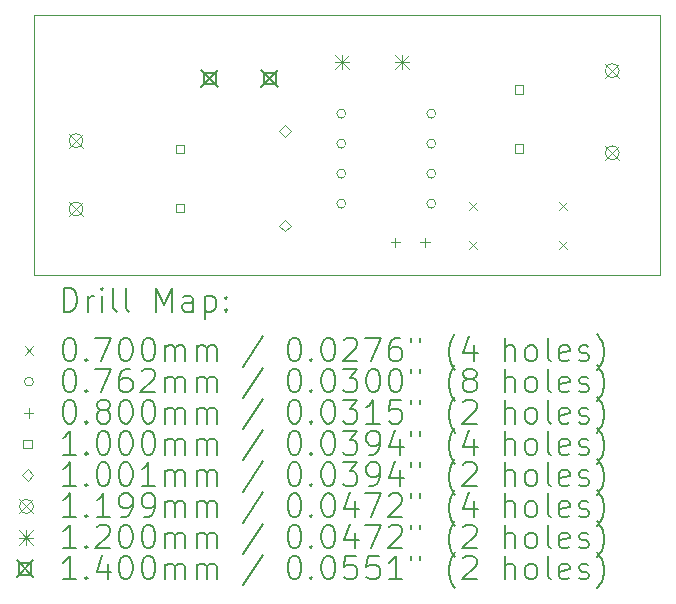
<source format=gbr>
%TF.GenerationSoftware,KiCad,Pcbnew,(6.0.8)*%
%TF.CreationDate,2022-11-19T23:44:14+04:00*%
%TF.ProjectId,MC34063_Buck_Rev2,4d433334-3036-4335-9f42-75636b5f5265,rev?*%
%TF.SameCoordinates,Original*%
%TF.FileFunction,Drillmap*%
%TF.FilePolarity,Positive*%
%FSLAX45Y45*%
G04 Gerber Fmt 4.5, Leading zero omitted, Abs format (unit mm)*
G04 Created by KiCad (PCBNEW (6.0.8)) date 2022-11-19 23:44:14*
%MOMM*%
%LPD*%
G01*
G04 APERTURE LIST*
%ADD10C,0.050000*%
%ADD11C,0.200000*%
%ADD12C,0.070000*%
%ADD13C,0.076200*%
%ADD14C,0.080000*%
%ADD15C,0.100000*%
%ADD16C,0.100076*%
%ADD17C,0.119888*%
%ADD18C,0.120000*%
%ADD19C,0.140000*%
G04 APERTURE END LIST*
D10*
X17700000Y-6600000D02*
X12400000Y-6600000D01*
X12400000Y-6600000D02*
X12400000Y-4400000D01*
X17700000Y-4400000D02*
X17700000Y-6600000D01*
X12400000Y-4400000D02*
X17700000Y-4400000D01*
D11*
D12*
X16085110Y-6311800D02*
X16155110Y-6381800D01*
X16155110Y-6311800D02*
X16085110Y-6381800D01*
X16086380Y-5982870D02*
X16156380Y-6052870D01*
X16156380Y-5982870D02*
X16086380Y-6052870D01*
X16847110Y-6311800D02*
X16917110Y-6381800D01*
X16917110Y-6311800D02*
X16847110Y-6381800D01*
X16848380Y-5982870D02*
X16918380Y-6052870D01*
X16918380Y-5982870D02*
X16848380Y-6052870D01*
D13*
X15041880Y-5236820D02*
G75*
G03*
X15041880Y-5236820I-38100J0D01*
G01*
X15041880Y-5490820D02*
G75*
G03*
X15041880Y-5490820I-38100J0D01*
G01*
X15041880Y-5744820D02*
G75*
G03*
X15041880Y-5744820I-38100J0D01*
G01*
X15041880Y-5998820D02*
G75*
G03*
X15041880Y-5998820I-38100J0D01*
G01*
X15803880Y-5236820D02*
G75*
G03*
X15803880Y-5236820I-38100J0D01*
G01*
X15803880Y-5490820D02*
G75*
G03*
X15803880Y-5490820I-38100J0D01*
G01*
X15803880Y-5744820D02*
G75*
G03*
X15803880Y-5744820I-38100J0D01*
G01*
X15803880Y-5998820D02*
G75*
G03*
X15803880Y-5998820I-38100J0D01*
G01*
D14*
X15460980Y-6287750D02*
X15460980Y-6367750D01*
X15420980Y-6327750D02*
X15500980Y-6327750D01*
X15710980Y-6287750D02*
X15710980Y-6367750D01*
X15670980Y-6327750D02*
X15750980Y-6327750D01*
D15*
X13673632Y-5573800D02*
X13673632Y-5503088D01*
X13602920Y-5503088D01*
X13602920Y-5573800D01*
X13673632Y-5573800D01*
X13673632Y-6073800D02*
X13673632Y-6003088D01*
X13602920Y-6003088D01*
X13602920Y-6073800D01*
X13673632Y-6073800D01*
X16541800Y-5068086D02*
X16541800Y-4997374D01*
X16471088Y-4997374D01*
X16471088Y-5068086D01*
X16541800Y-5068086D01*
X16541800Y-5568086D02*
X16541800Y-5497374D01*
X16471088Y-5497374D01*
X16471088Y-5568086D01*
X16541800Y-5568086D01*
D16*
X14526260Y-5434432D02*
X14576298Y-5384394D01*
X14526260Y-5334356D01*
X14476222Y-5384394D01*
X14526260Y-5434432D01*
X14526260Y-6234532D02*
X14576298Y-6184494D01*
X14526260Y-6134456D01*
X14476222Y-6184494D01*
X14526260Y-6234532D01*
D17*
X12697714Y-5407000D02*
X12817602Y-5526888D01*
X12817602Y-5407000D02*
X12697714Y-5526888D01*
X12817602Y-5466944D02*
G75*
G03*
X12817602Y-5466944I-59944J0D01*
G01*
X12697714Y-5985358D02*
X12817602Y-6105246D01*
X12817602Y-5985358D02*
X12697714Y-6105246D01*
X12817602Y-6045302D02*
G75*
G03*
X12817602Y-6045302I-59944J0D01*
G01*
X17237202Y-4813910D02*
X17357090Y-4933798D01*
X17357090Y-4813910D02*
X17237202Y-4933798D01*
X17357090Y-4873854D02*
G75*
G03*
X17357090Y-4873854I-59944J0D01*
G01*
X17237202Y-5509362D02*
X17357090Y-5629250D01*
X17357090Y-5509362D02*
X17237202Y-5629250D01*
X17357090Y-5569306D02*
G75*
G03*
X17357090Y-5569306I-59944J0D01*
G01*
D18*
X14947590Y-4739940D02*
X15067590Y-4859940D01*
X15067590Y-4739940D02*
X14947590Y-4859940D01*
X15007590Y-4739940D02*
X15007590Y-4859940D01*
X14947590Y-4799940D02*
X15067590Y-4799940D01*
X15455590Y-4739940D02*
X15575590Y-4859940D01*
X15575590Y-4739940D02*
X15455590Y-4859940D01*
X15515590Y-4739940D02*
X15515590Y-4859940D01*
X15455590Y-4799940D02*
X15575590Y-4799940D01*
D19*
X13819736Y-4869640D02*
X13959736Y-5009640D01*
X13959736Y-4869640D02*
X13819736Y-5009640D01*
X13939234Y-4989138D02*
X13939234Y-4890142D01*
X13840238Y-4890142D01*
X13840238Y-4989138D01*
X13939234Y-4989138D01*
X14327736Y-4869640D02*
X14467736Y-5009640D01*
X14467736Y-4869640D02*
X14327736Y-5009640D01*
X14447234Y-4989138D02*
X14447234Y-4890142D01*
X14348238Y-4890142D01*
X14348238Y-4989138D01*
X14447234Y-4989138D01*
D11*
X12655119Y-6912976D02*
X12655119Y-6712976D01*
X12702738Y-6712976D01*
X12731309Y-6722500D01*
X12750357Y-6741548D01*
X12759881Y-6760595D01*
X12769405Y-6798690D01*
X12769405Y-6827262D01*
X12759881Y-6865357D01*
X12750357Y-6884405D01*
X12731309Y-6903452D01*
X12702738Y-6912976D01*
X12655119Y-6912976D01*
X12855119Y-6912976D02*
X12855119Y-6779643D01*
X12855119Y-6817738D02*
X12864643Y-6798690D01*
X12874167Y-6789167D01*
X12893214Y-6779643D01*
X12912262Y-6779643D01*
X12978928Y-6912976D02*
X12978928Y-6779643D01*
X12978928Y-6712976D02*
X12969405Y-6722500D01*
X12978928Y-6732024D01*
X12988452Y-6722500D01*
X12978928Y-6712976D01*
X12978928Y-6732024D01*
X13102738Y-6912976D02*
X13083690Y-6903452D01*
X13074167Y-6884405D01*
X13074167Y-6712976D01*
X13207500Y-6912976D02*
X13188452Y-6903452D01*
X13178928Y-6884405D01*
X13178928Y-6712976D01*
X13436071Y-6912976D02*
X13436071Y-6712976D01*
X13502738Y-6855833D01*
X13569405Y-6712976D01*
X13569405Y-6912976D01*
X13750357Y-6912976D02*
X13750357Y-6808214D01*
X13740833Y-6789167D01*
X13721786Y-6779643D01*
X13683690Y-6779643D01*
X13664643Y-6789167D01*
X13750357Y-6903452D02*
X13731309Y-6912976D01*
X13683690Y-6912976D01*
X13664643Y-6903452D01*
X13655119Y-6884405D01*
X13655119Y-6865357D01*
X13664643Y-6846309D01*
X13683690Y-6836786D01*
X13731309Y-6836786D01*
X13750357Y-6827262D01*
X13845595Y-6779643D02*
X13845595Y-6979643D01*
X13845595Y-6789167D02*
X13864643Y-6779643D01*
X13902738Y-6779643D01*
X13921786Y-6789167D01*
X13931309Y-6798690D01*
X13940833Y-6817738D01*
X13940833Y-6874881D01*
X13931309Y-6893928D01*
X13921786Y-6903452D01*
X13902738Y-6912976D01*
X13864643Y-6912976D01*
X13845595Y-6903452D01*
X14026548Y-6893928D02*
X14036071Y-6903452D01*
X14026548Y-6912976D01*
X14017024Y-6903452D01*
X14026548Y-6893928D01*
X14026548Y-6912976D01*
X14026548Y-6789167D02*
X14036071Y-6798690D01*
X14026548Y-6808214D01*
X14017024Y-6798690D01*
X14026548Y-6789167D01*
X14026548Y-6808214D01*
D12*
X12327500Y-7207500D02*
X12397500Y-7277500D01*
X12397500Y-7207500D02*
X12327500Y-7277500D01*
D11*
X12693214Y-7132976D02*
X12712262Y-7132976D01*
X12731309Y-7142500D01*
X12740833Y-7152024D01*
X12750357Y-7171071D01*
X12759881Y-7209167D01*
X12759881Y-7256786D01*
X12750357Y-7294881D01*
X12740833Y-7313928D01*
X12731309Y-7323452D01*
X12712262Y-7332976D01*
X12693214Y-7332976D01*
X12674167Y-7323452D01*
X12664643Y-7313928D01*
X12655119Y-7294881D01*
X12645595Y-7256786D01*
X12645595Y-7209167D01*
X12655119Y-7171071D01*
X12664643Y-7152024D01*
X12674167Y-7142500D01*
X12693214Y-7132976D01*
X12845595Y-7313928D02*
X12855119Y-7323452D01*
X12845595Y-7332976D01*
X12836071Y-7323452D01*
X12845595Y-7313928D01*
X12845595Y-7332976D01*
X12921786Y-7132976D02*
X13055119Y-7132976D01*
X12969405Y-7332976D01*
X13169405Y-7132976D02*
X13188452Y-7132976D01*
X13207500Y-7142500D01*
X13217024Y-7152024D01*
X13226548Y-7171071D01*
X13236071Y-7209167D01*
X13236071Y-7256786D01*
X13226548Y-7294881D01*
X13217024Y-7313928D01*
X13207500Y-7323452D01*
X13188452Y-7332976D01*
X13169405Y-7332976D01*
X13150357Y-7323452D01*
X13140833Y-7313928D01*
X13131309Y-7294881D01*
X13121786Y-7256786D01*
X13121786Y-7209167D01*
X13131309Y-7171071D01*
X13140833Y-7152024D01*
X13150357Y-7142500D01*
X13169405Y-7132976D01*
X13359881Y-7132976D02*
X13378928Y-7132976D01*
X13397976Y-7142500D01*
X13407500Y-7152024D01*
X13417024Y-7171071D01*
X13426548Y-7209167D01*
X13426548Y-7256786D01*
X13417024Y-7294881D01*
X13407500Y-7313928D01*
X13397976Y-7323452D01*
X13378928Y-7332976D01*
X13359881Y-7332976D01*
X13340833Y-7323452D01*
X13331309Y-7313928D01*
X13321786Y-7294881D01*
X13312262Y-7256786D01*
X13312262Y-7209167D01*
X13321786Y-7171071D01*
X13331309Y-7152024D01*
X13340833Y-7142500D01*
X13359881Y-7132976D01*
X13512262Y-7332976D02*
X13512262Y-7199643D01*
X13512262Y-7218690D02*
X13521786Y-7209167D01*
X13540833Y-7199643D01*
X13569405Y-7199643D01*
X13588452Y-7209167D01*
X13597976Y-7228214D01*
X13597976Y-7332976D01*
X13597976Y-7228214D02*
X13607500Y-7209167D01*
X13626548Y-7199643D01*
X13655119Y-7199643D01*
X13674167Y-7209167D01*
X13683690Y-7228214D01*
X13683690Y-7332976D01*
X13778928Y-7332976D02*
X13778928Y-7199643D01*
X13778928Y-7218690D02*
X13788452Y-7209167D01*
X13807500Y-7199643D01*
X13836071Y-7199643D01*
X13855119Y-7209167D01*
X13864643Y-7228214D01*
X13864643Y-7332976D01*
X13864643Y-7228214D02*
X13874167Y-7209167D01*
X13893214Y-7199643D01*
X13921786Y-7199643D01*
X13940833Y-7209167D01*
X13950357Y-7228214D01*
X13950357Y-7332976D01*
X14340833Y-7123452D02*
X14169405Y-7380595D01*
X14597976Y-7132976D02*
X14617024Y-7132976D01*
X14636071Y-7142500D01*
X14645595Y-7152024D01*
X14655119Y-7171071D01*
X14664643Y-7209167D01*
X14664643Y-7256786D01*
X14655119Y-7294881D01*
X14645595Y-7313928D01*
X14636071Y-7323452D01*
X14617024Y-7332976D01*
X14597976Y-7332976D01*
X14578928Y-7323452D01*
X14569405Y-7313928D01*
X14559881Y-7294881D01*
X14550357Y-7256786D01*
X14550357Y-7209167D01*
X14559881Y-7171071D01*
X14569405Y-7152024D01*
X14578928Y-7142500D01*
X14597976Y-7132976D01*
X14750357Y-7313928D02*
X14759881Y-7323452D01*
X14750357Y-7332976D01*
X14740833Y-7323452D01*
X14750357Y-7313928D01*
X14750357Y-7332976D01*
X14883690Y-7132976D02*
X14902738Y-7132976D01*
X14921786Y-7142500D01*
X14931309Y-7152024D01*
X14940833Y-7171071D01*
X14950357Y-7209167D01*
X14950357Y-7256786D01*
X14940833Y-7294881D01*
X14931309Y-7313928D01*
X14921786Y-7323452D01*
X14902738Y-7332976D01*
X14883690Y-7332976D01*
X14864643Y-7323452D01*
X14855119Y-7313928D01*
X14845595Y-7294881D01*
X14836071Y-7256786D01*
X14836071Y-7209167D01*
X14845595Y-7171071D01*
X14855119Y-7152024D01*
X14864643Y-7142500D01*
X14883690Y-7132976D01*
X15026548Y-7152024D02*
X15036071Y-7142500D01*
X15055119Y-7132976D01*
X15102738Y-7132976D01*
X15121786Y-7142500D01*
X15131309Y-7152024D01*
X15140833Y-7171071D01*
X15140833Y-7190119D01*
X15131309Y-7218690D01*
X15017024Y-7332976D01*
X15140833Y-7332976D01*
X15207500Y-7132976D02*
X15340833Y-7132976D01*
X15255119Y-7332976D01*
X15502738Y-7132976D02*
X15464643Y-7132976D01*
X15445595Y-7142500D01*
X15436071Y-7152024D01*
X15417024Y-7180595D01*
X15407500Y-7218690D01*
X15407500Y-7294881D01*
X15417024Y-7313928D01*
X15426548Y-7323452D01*
X15445595Y-7332976D01*
X15483690Y-7332976D01*
X15502738Y-7323452D01*
X15512262Y-7313928D01*
X15521786Y-7294881D01*
X15521786Y-7247262D01*
X15512262Y-7228214D01*
X15502738Y-7218690D01*
X15483690Y-7209167D01*
X15445595Y-7209167D01*
X15426548Y-7218690D01*
X15417024Y-7228214D01*
X15407500Y-7247262D01*
X15597976Y-7132976D02*
X15597976Y-7171071D01*
X15674167Y-7132976D02*
X15674167Y-7171071D01*
X15969405Y-7409167D02*
X15959881Y-7399643D01*
X15940833Y-7371071D01*
X15931309Y-7352024D01*
X15921786Y-7323452D01*
X15912262Y-7275833D01*
X15912262Y-7237738D01*
X15921786Y-7190119D01*
X15931309Y-7161548D01*
X15940833Y-7142500D01*
X15959881Y-7113928D01*
X15969405Y-7104405D01*
X16131309Y-7199643D02*
X16131309Y-7332976D01*
X16083690Y-7123452D02*
X16036071Y-7266309D01*
X16159881Y-7266309D01*
X16388452Y-7332976D02*
X16388452Y-7132976D01*
X16474167Y-7332976D02*
X16474167Y-7228214D01*
X16464643Y-7209167D01*
X16445595Y-7199643D01*
X16417024Y-7199643D01*
X16397976Y-7209167D01*
X16388452Y-7218690D01*
X16597976Y-7332976D02*
X16578928Y-7323452D01*
X16569405Y-7313928D01*
X16559881Y-7294881D01*
X16559881Y-7237738D01*
X16569405Y-7218690D01*
X16578928Y-7209167D01*
X16597976Y-7199643D01*
X16626548Y-7199643D01*
X16645595Y-7209167D01*
X16655119Y-7218690D01*
X16664643Y-7237738D01*
X16664643Y-7294881D01*
X16655119Y-7313928D01*
X16645595Y-7323452D01*
X16626548Y-7332976D01*
X16597976Y-7332976D01*
X16778929Y-7332976D02*
X16759881Y-7323452D01*
X16750357Y-7304405D01*
X16750357Y-7132976D01*
X16931310Y-7323452D02*
X16912262Y-7332976D01*
X16874167Y-7332976D01*
X16855119Y-7323452D01*
X16845595Y-7304405D01*
X16845595Y-7228214D01*
X16855119Y-7209167D01*
X16874167Y-7199643D01*
X16912262Y-7199643D01*
X16931310Y-7209167D01*
X16940833Y-7228214D01*
X16940833Y-7247262D01*
X16845595Y-7266309D01*
X17017024Y-7323452D02*
X17036071Y-7332976D01*
X17074167Y-7332976D01*
X17093214Y-7323452D01*
X17102738Y-7304405D01*
X17102738Y-7294881D01*
X17093214Y-7275833D01*
X17074167Y-7266309D01*
X17045595Y-7266309D01*
X17026548Y-7256786D01*
X17017024Y-7237738D01*
X17017024Y-7228214D01*
X17026548Y-7209167D01*
X17045595Y-7199643D01*
X17074167Y-7199643D01*
X17093214Y-7209167D01*
X17169405Y-7409167D02*
X17178929Y-7399643D01*
X17197976Y-7371071D01*
X17207500Y-7352024D01*
X17217024Y-7323452D01*
X17226548Y-7275833D01*
X17226548Y-7237738D01*
X17217024Y-7190119D01*
X17207500Y-7161548D01*
X17197976Y-7142500D01*
X17178929Y-7113928D01*
X17169405Y-7104405D01*
D13*
X12397500Y-7506500D02*
G75*
G03*
X12397500Y-7506500I-38100J0D01*
G01*
D11*
X12693214Y-7396976D02*
X12712262Y-7396976D01*
X12731309Y-7406500D01*
X12740833Y-7416024D01*
X12750357Y-7435071D01*
X12759881Y-7473167D01*
X12759881Y-7520786D01*
X12750357Y-7558881D01*
X12740833Y-7577928D01*
X12731309Y-7587452D01*
X12712262Y-7596976D01*
X12693214Y-7596976D01*
X12674167Y-7587452D01*
X12664643Y-7577928D01*
X12655119Y-7558881D01*
X12645595Y-7520786D01*
X12645595Y-7473167D01*
X12655119Y-7435071D01*
X12664643Y-7416024D01*
X12674167Y-7406500D01*
X12693214Y-7396976D01*
X12845595Y-7577928D02*
X12855119Y-7587452D01*
X12845595Y-7596976D01*
X12836071Y-7587452D01*
X12845595Y-7577928D01*
X12845595Y-7596976D01*
X12921786Y-7396976D02*
X13055119Y-7396976D01*
X12969405Y-7596976D01*
X13217024Y-7396976D02*
X13178928Y-7396976D01*
X13159881Y-7406500D01*
X13150357Y-7416024D01*
X13131309Y-7444595D01*
X13121786Y-7482690D01*
X13121786Y-7558881D01*
X13131309Y-7577928D01*
X13140833Y-7587452D01*
X13159881Y-7596976D01*
X13197976Y-7596976D01*
X13217024Y-7587452D01*
X13226548Y-7577928D01*
X13236071Y-7558881D01*
X13236071Y-7511262D01*
X13226548Y-7492214D01*
X13217024Y-7482690D01*
X13197976Y-7473167D01*
X13159881Y-7473167D01*
X13140833Y-7482690D01*
X13131309Y-7492214D01*
X13121786Y-7511262D01*
X13312262Y-7416024D02*
X13321786Y-7406500D01*
X13340833Y-7396976D01*
X13388452Y-7396976D01*
X13407500Y-7406500D01*
X13417024Y-7416024D01*
X13426548Y-7435071D01*
X13426548Y-7454119D01*
X13417024Y-7482690D01*
X13302738Y-7596976D01*
X13426548Y-7596976D01*
X13512262Y-7596976D02*
X13512262Y-7463643D01*
X13512262Y-7482690D02*
X13521786Y-7473167D01*
X13540833Y-7463643D01*
X13569405Y-7463643D01*
X13588452Y-7473167D01*
X13597976Y-7492214D01*
X13597976Y-7596976D01*
X13597976Y-7492214D02*
X13607500Y-7473167D01*
X13626548Y-7463643D01*
X13655119Y-7463643D01*
X13674167Y-7473167D01*
X13683690Y-7492214D01*
X13683690Y-7596976D01*
X13778928Y-7596976D02*
X13778928Y-7463643D01*
X13778928Y-7482690D02*
X13788452Y-7473167D01*
X13807500Y-7463643D01*
X13836071Y-7463643D01*
X13855119Y-7473167D01*
X13864643Y-7492214D01*
X13864643Y-7596976D01*
X13864643Y-7492214D02*
X13874167Y-7473167D01*
X13893214Y-7463643D01*
X13921786Y-7463643D01*
X13940833Y-7473167D01*
X13950357Y-7492214D01*
X13950357Y-7596976D01*
X14340833Y-7387452D02*
X14169405Y-7644595D01*
X14597976Y-7396976D02*
X14617024Y-7396976D01*
X14636071Y-7406500D01*
X14645595Y-7416024D01*
X14655119Y-7435071D01*
X14664643Y-7473167D01*
X14664643Y-7520786D01*
X14655119Y-7558881D01*
X14645595Y-7577928D01*
X14636071Y-7587452D01*
X14617024Y-7596976D01*
X14597976Y-7596976D01*
X14578928Y-7587452D01*
X14569405Y-7577928D01*
X14559881Y-7558881D01*
X14550357Y-7520786D01*
X14550357Y-7473167D01*
X14559881Y-7435071D01*
X14569405Y-7416024D01*
X14578928Y-7406500D01*
X14597976Y-7396976D01*
X14750357Y-7577928D02*
X14759881Y-7587452D01*
X14750357Y-7596976D01*
X14740833Y-7587452D01*
X14750357Y-7577928D01*
X14750357Y-7596976D01*
X14883690Y-7396976D02*
X14902738Y-7396976D01*
X14921786Y-7406500D01*
X14931309Y-7416024D01*
X14940833Y-7435071D01*
X14950357Y-7473167D01*
X14950357Y-7520786D01*
X14940833Y-7558881D01*
X14931309Y-7577928D01*
X14921786Y-7587452D01*
X14902738Y-7596976D01*
X14883690Y-7596976D01*
X14864643Y-7587452D01*
X14855119Y-7577928D01*
X14845595Y-7558881D01*
X14836071Y-7520786D01*
X14836071Y-7473167D01*
X14845595Y-7435071D01*
X14855119Y-7416024D01*
X14864643Y-7406500D01*
X14883690Y-7396976D01*
X15017024Y-7396976D02*
X15140833Y-7396976D01*
X15074167Y-7473167D01*
X15102738Y-7473167D01*
X15121786Y-7482690D01*
X15131309Y-7492214D01*
X15140833Y-7511262D01*
X15140833Y-7558881D01*
X15131309Y-7577928D01*
X15121786Y-7587452D01*
X15102738Y-7596976D01*
X15045595Y-7596976D01*
X15026548Y-7587452D01*
X15017024Y-7577928D01*
X15264643Y-7396976D02*
X15283690Y-7396976D01*
X15302738Y-7406500D01*
X15312262Y-7416024D01*
X15321786Y-7435071D01*
X15331309Y-7473167D01*
X15331309Y-7520786D01*
X15321786Y-7558881D01*
X15312262Y-7577928D01*
X15302738Y-7587452D01*
X15283690Y-7596976D01*
X15264643Y-7596976D01*
X15245595Y-7587452D01*
X15236071Y-7577928D01*
X15226548Y-7558881D01*
X15217024Y-7520786D01*
X15217024Y-7473167D01*
X15226548Y-7435071D01*
X15236071Y-7416024D01*
X15245595Y-7406500D01*
X15264643Y-7396976D01*
X15455119Y-7396976D02*
X15474167Y-7396976D01*
X15493214Y-7406500D01*
X15502738Y-7416024D01*
X15512262Y-7435071D01*
X15521786Y-7473167D01*
X15521786Y-7520786D01*
X15512262Y-7558881D01*
X15502738Y-7577928D01*
X15493214Y-7587452D01*
X15474167Y-7596976D01*
X15455119Y-7596976D01*
X15436071Y-7587452D01*
X15426548Y-7577928D01*
X15417024Y-7558881D01*
X15407500Y-7520786D01*
X15407500Y-7473167D01*
X15417024Y-7435071D01*
X15426548Y-7416024D01*
X15436071Y-7406500D01*
X15455119Y-7396976D01*
X15597976Y-7396976D02*
X15597976Y-7435071D01*
X15674167Y-7396976D02*
X15674167Y-7435071D01*
X15969405Y-7673167D02*
X15959881Y-7663643D01*
X15940833Y-7635071D01*
X15931309Y-7616024D01*
X15921786Y-7587452D01*
X15912262Y-7539833D01*
X15912262Y-7501738D01*
X15921786Y-7454119D01*
X15931309Y-7425548D01*
X15940833Y-7406500D01*
X15959881Y-7377928D01*
X15969405Y-7368405D01*
X16074167Y-7482690D02*
X16055119Y-7473167D01*
X16045595Y-7463643D01*
X16036071Y-7444595D01*
X16036071Y-7435071D01*
X16045595Y-7416024D01*
X16055119Y-7406500D01*
X16074167Y-7396976D01*
X16112262Y-7396976D01*
X16131309Y-7406500D01*
X16140833Y-7416024D01*
X16150357Y-7435071D01*
X16150357Y-7444595D01*
X16140833Y-7463643D01*
X16131309Y-7473167D01*
X16112262Y-7482690D01*
X16074167Y-7482690D01*
X16055119Y-7492214D01*
X16045595Y-7501738D01*
X16036071Y-7520786D01*
X16036071Y-7558881D01*
X16045595Y-7577928D01*
X16055119Y-7587452D01*
X16074167Y-7596976D01*
X16112262Y-7596976D01*
X16131309Y-7587452D01*
X16140833Y-7577928D01*
X16150357Y-7558881D01*
X16150357Y-7520786D01*
X16140833Y-7501738D01*
X16131309Y-7492214D01*
X16112262Y-7482690D01*
X16388452Y-7596976D02*
X16388452Y-7396976D01*
X16474167Y-7596976D02*
X16474167Y-7492214D01*
X16464643Y-7473167D01*
X16445595Y-7463643D01*
X16417024Y-7463643D01*
X16397976Y-7473167D01*
X16388452Y-7482690D01*
X16597976Y-7596976D02*
X16578928Y-7587452D01*
X16569405Y-7577928D01*
X16559881Y-7558881D01*
X16559881Y-7501738D01*
X16569405Y-7482690D01*
X16578928Y-7473167D01*
X16597976Y-7463643D01*
X16626548Y-7463643D01*
X16645595Y-7473167D01*
X16655119Y-7482690D01*
X16664643Y-7501738D01*
X16664643Y-7558881D01*
X16655119Y-7577928D01*
X16645595Y-7587452D01*
X16626548Y-7596976D01*
X16597976Y-7596976D01*
X16778929Y-7596976D02*
X16759881Y-7587452D01*
X16750357Y-7568405D01*
X16750357Y-7396976D01*
X16931310Y-7587452D02*
X16912262Y-7596976D01*
X16874167Y-7596976D01*
X16855119Y-7587452D01*
X16845595Y-7568405D01*
X16845595Y-7492214D01*
X16855119Y-7473167D01*
X16874167Y-7463643D01*
X16912262Y-7463643D01*
X16931310Y-7473167D01*
X16940833Y-7492214D01*
X16940833Y-7511262D01*
X16845595Y-7530309D01*
X17017024Y-7587452D02*
X17036071Y-7596976D01*
X17074167Y-7596976D01*
X17093214Y-7587452D01*
X17102738Y-7568405D01*
X17102738Y-7558881D01*
X17093214Y-7539833D01*
X17074167Y-7530309D01*
X17045595Y-7530309D01*
X17026548Y-7520786D01*
X17017024Y-7501738D01*
X17017024Y-7492214D01*
X17026548Y-7473167D01*
X17045595Y-7463643D01*
X17074167Y-7463643D01*
X17093214Y-7473167D01*
X17169405Y-7673167D02*
X17178929Y-7663643D01*
X17197976Y-7635071D01*
X17207500Y-7616024D01*
X17217024Y-7587452D01*
X17226548Y-7539833D01*
X17226548Y-7501738D01*
X17217024Y-7454119D01*
X17207500Y-7425548D01*
X17197976Y-7406500D01*
X17178929Y-7377928D01*
X17169405Y-7368405D01*
D14*
X12357500Y-7730500D02*
X12357500Y-7810500D01*
X12317500Y-7770500D02*
X12397500Y-7770500D01*
D11*
X12693214Y-7660976D02*
X12712262Y-7660976D01*
X12731309Y-7670500D01*
X12740833Y-7680024D01*
X12750357Y-7699071D01*
X12759881Y-7737167D01*
X12759881Y-7784786D01*
X12750357Y-7822881D01*
X12740833Y-7841928D01*
X12731309Y-7851452D01*
X12712262Y-7860976D01*
X12693214Y-7860976D01*
X12674167Y-7851452D01*
X12664643Y-7841928D01*
X12655119Y-7822881D01*
X12645595Y-7784786D01*
X12645595Y-7737167D01*
X12655119Y-7699071D01*
X12664643Y-7680024D01*
X12674167Y-7670500D01*
X12693214Y-7660976D01*
X12845595Y-7841928D02*
X12855119Y-7851452D01*
X12845595Y-7860976D01*
X12836071Y-7851452D01*
X12845595Y-7841928D01*
X12845595Y-7860976D01*
X12969405Y-7746690D02*
X12950357Y-7737167D01*
X12940833Y-7727643D01*
X12931309Y-7708595D01*
X12931309Y-7699071D01*
X12940833Y-7680024D01*
X12950357Y-7670500D01*
X12969405Y-7660976D01*
X13007500Y-7660976D01*
X13026548Y-7670500D01*
X13036071Y-7680024D01*
X13045595Y-7699071D01*
X13045595Y-7708595D01*
X13036071Y-7727643D01*
X13026548Y-7737167D01*
X13007500Y-7746690D01*
X12969405Y-7746690D01*
X12950357Y-7756214D01*
X12940833Y-7765738D01*
X12931309Y-7784786D01*
X12931309Y-7822881D01*
X12940833Y-7841928D01*
X12950357Y-7851452D01*
X12969405Y-7860976D01*
X13007500Y-7860976D01*
X13026548Y-7851452D01*
X13036071Y-7841928D01*
X13045595Y-7822881D01*
X13045595Y-7784786D01*
X13036071Y-7765738D01*
X13026548Y-7756214D01*
X13007500Y-7746690D01*
X13169405Y-7660976D02*
X13188452Y-7660976D01*
X13207500Y-7670500D01*
X13217024Y-7680024D01*
X13226548Y-7699071D01*
X13236071Y-7737167D01*
X13236071Y-7784786D01*
X13226548Y-7822881D01*
X13217024Y-7841928D01*
X13207500Y-7851452D01*
X13188452Y-7860976D01*
X13169405Y-7860976D01*
X13150357Y-7851452D01*
X13140833Y-7841928D01*
X13131309Y-7822881D01*
X13121786Y-7784786D01*
X13121786Y-7737167D01*
X13131309Y-7699071D01*
X13140833Y-7680024D01*
X13150357Y-7670500D01*
X13169405Y-7660976D01*
X13359881Y-7660976D02*
X13378928Y-7660976D01*
X13397976Y-7670500D01*
X13407500Y-7680024D01*
X13417024Y-7699071D01*
X13426548Y-7737167D01*
X13426548Y-7784786D01*
X13417024Y-7822881D01*
X13407500Y-7841928D01*
X13397976Y-7851452D01*
X13378928Y-7860976D01*
X13359881Y-7860976D01*
X13340833Y-7851452D01*
X13331309Y-7841928D01*
X13321786Y-7822881D01*
X13312262Y-7784786D01*
X13312262Y-7737167D01*
X13321786Y-7699071D01*
X13331309Y-7680024D01*
X13340833Y-7670500D01*
X13359881Y-7660976D01*
X13512262Y-7860976D02*
X13512262Y-7727643D01*
X13512262Y-7746690D02*
X13521786Y-7737167D01*
X13540833Y-7727643D01*
X13569405Y-7727643D01*
X13588452Y-7737167D01*
X13597976Y-7756214D01*
X13597976Y-7860976D01*
X13597976Y-7756214D02*
X13607500Y-7737167D01*
X13626548Y-7727643D01*
X13655119Y-7727643D01*
X13674167Y-7737167D01*
X13683690Y-7756214D01*
X13683690Y-7860976D01*
X13778928Y-7860976D02*
X13778928Y-7727643D01*
X13778928Y-7746690D02*
X13788452Y-7737167D01*
X13807500Y-7727643D01*
X13836071Y-7727643D01*
X13855119Y-7737167D01*
X13864643Y-7756214D01*
X13864643Y-7860976D01*
X13864643Y-7756214D02*
X13874167Y-7737167D01*
X13893214Y-7727643D01*
X13921786Y-7727643D01*
X13940833Y-7737167D01*
X13950357Y-7756214D01*
X13950357Y-7860976D01*
X14340833Y-7651452D02*
X14169405Y-7908595D01*
X14597976Y-7660976D02*
X14617024Y-7660976D01*
X14636071Y-7670500D01*
X14645595Y-7680024D01*
X14655119Y-7699071D01*
X14664643Y-7737167D01*
X14664643Y-7784786D01*
X14655119Y-7822881D01*
X14645595Y-7841928D01*
X14636071Y-7851452D01*
X14617024Y-7860976D01*
X14597976Y-7860976D01*
X14578928Y-7851452D01*
X14569405Y-7841928D01*
X14559881Y-7822881D01*
X14550357Y-7784786D01*
X14550357Y-7737167D01*
X14559881Y-7699071D01*
X14569405Y-7680024D01*
X14578928Y-7670500D01*
X14597976Y-7660976D01*
X14750357Y-7841928D02*
X14759881Y-7851452D01*
X14750357Y-7860976D01*
X14740833Y-7851452D01*
X14750357Y-7841928D01*
X14750357Y-7860976D01*
X14883690Y-7660976D02*
X14902738Y-7660976D01*
X14921786Y-7670500D01*
X14931309Y-7680024D01*
X14940833Y-7699071D01*
X14950357Y-7737167D01*
X14950357Y-7784786D01*
X14940833Y-7822881D01*
X14931309Y-7841928D01*
X14921786Y-7851452D01*
X14902738Y-7860976D01*
X14883690Y-7860976D01*
X14864643Y-7851452D01*
X14855119Y-7841928D01*
X14845595Y-7822881D01*
X14836071Y-7784786D01*
X14836071Y-7737167D01*
X14845595Y-7699071D01*
X14855119Y-7680024D01*
X14864643Y-7670500D01*
X14883690Y-7660976D01*
X15017024Y-7660976D02*
X15140833Y-7660976D01*
X15074167Y-7737167D01*
X15102738Y-7737167D01*
X15121786Y-7746690D01*
X15131309Y-7756214D01*
X15140833Y-7775262D01*
X15140833Y-7822881D01*
X15131309Y-7841928D01*
X15121786Y-7851452D01*
X15102738Y-7860976D01*
X15045595Y-7860976D01*
X15026548Y-7851452D01*
X15017024Y-7841928D01*
X15331309Y-7860976D02*
X15217024Y-7860976D01*
X15274167Y-7860976D02*
X15274167Y-7660976D01*
X15255119Y-7689548D01*
X15236071Y-7708595D01*
X15217024Y-7718119D01*
X15512262Y-7660976D02*
X15417024Y-7660976D01*
X15407500Y-7756214D01*
X15417024Y-7746690D01*
X15436071Y-7737167D01*
X15483690Y-7737167D01*
X15502738Y-7746690D01*
X15512262Y-7756214D01*
X15521786Y-7775262D01*
X15521786Y-7822881D01*
X15512262Y-7841928D01*
X15502738Y-7851452D01*
X15483690Y-7860976D01*
X15436071Y-7860976D01*
X15417024Y-7851452D01*
X15407500Y-7841928D01*
X15597976Y-7660976D02*
X15597976Y-7699071D01*
X15674167Y-7660976D02*
X15674167Y-7699071D01*
X15969405Y-7937167D02*
X15959881Y-7927643D01*
X15940833Y-7899071D01*
X15931309Y-7880024D01*
X15921786Y-7851452D01*
X15912262Y-7803833D01*
X15912262Y-7765738D01*
X15921786Y-7718119D01*
X15931309Y-7689548D01*
X15940833Y-7670500D01*
X15959881Y-7641928D01*
X15969405Y-7632405D01*
X16036071Y-7680024D02*
X16045595Y-7670500D01*
X16064643Y-7660976D01*
X16112262Y-7660976D01*
X16131309Y-7670500D01*
X16140833Y-7680024D01*
X16150357Y-7699071D01*
X16150357Y-7718119D01*
X16140833Y-7746690D01*
X16026548Y-7860976D01*
X16150357Y-7860976D01*
X16388452Y-7860976D02*
X16388452Y-7660976D01*
X16474167Y-7860976D02*
X16474167Y-7756214D01*
X16464643Y-7737167D01*
X16445595Y-7727643D01*
X16417024Y-7727643D01*
X16397976Y-7737167D01*
X16388452Y-7746690D01*
X16597976Y-7860976D02*
X16578928Y-7851452D01*
X16569405Y-7841928D01*
X16559881Y-7822881D01*
X16559881Y-7765738D01*
X16569405Y-7746690D01*
X16578928Y-7737167D01*
X16597976Y-7727643D01*
X16626548Y-7727643D01*
X16645595Y-7737167D01*
X16655119Y-7746690D01*
X16664643Y-7765738D01*
X16664643Y-7822881D01*
X16655119Y-7841928D01*
X16645595Y-7851452D01*
X16626548Y-7860976D01*
X16597976Y-7860976D01*
X16778929Y-7860976D02*
X16759881Y-7851452D01*
X16750357Y-7832405D01*
X16750357Y-7660976D01*
X16931310Y-7851452D02*
X16912262Y-7860976D01*
X16874167Y-7860976D01*
X16855119Y-7851452D01*
X16845595Y-7832405D01*
X16845595Y-7756214D01*
X16855119Y-7737167D01*
X16874167Y-7727643D01*
X16912262Y-7727643D01*
X16931310Y-7737167D01*
X16940833Y-7756214D01*
X16940833Y-7775262D01*
X16845595Y-7794309D01*
X17017024Y-7851452D02*
X17036071Y-7860976D01*
X17074167Y-7860976D01*
X17093214Y-7851452D01*
X17102738Y-7832405D01*
X17102738Y-7822881D01*
X17093214Y-7803833D01*
X17074167Y-7794309D01*
X17045595Y-7794309D01*
X17026548Y-7784786D01*
X17017024Y-7765738D01*
X17017024Y-7756214D01*
X17026548Y-7737167D01*
X17045595Y-7727643D01*
X17074167Y-7727643D01*
X17093214Y-7737167D01*
X17169405Y-7937167D02*
X17178929Y-7927643D01*
X17197976Y-7899071D01*
X17207500Y-7880024D01*
X17217024Y-7851452D01*
X17226548Y-7803833D01*
X17226548Y-7765738D01*
X17217024Y-7718119D01*
X17207500Y-7689548D01*
X17197976Y-7670500D01*
X17178929Y-7641928D01*
X17169405Y-7632405D01*
D15*
X12382856Y-8069856D02*
X12382856Y-7999144D01*
X12312144Y-7999144D01*
X12312144Y-8069856D01*
X12382856Y-8069856D01*
D11*
X12759881Y-8124976D02*
X12645595Y-8124976D01*
X12702738Y-8124976D02*
X12702738Y-7924976D01*
X12683690Y-7953548D01*
X12664643Y-7972595D01*
X12645595Y-7982119D01*
X12845595Y-8105928D02*
X12855119Y-8115452D01*
X12845595Y-8124976D01*
X12836071Y-8115452D01*
X12845595Y-8105928D01*
X12845595Y-8124976D01*
X12978928Y-7924976D02*
X12997976Y-7924976D01*
X13017024Y-7934500D01*
X13026548Y-7944024D01*
X13036071Y-7963071D01*
X13045595Y-8001167D01*
X13045595Y-8048786D01*
X13036071Y-8086881D01*
X13026548Y-8105928D01*
X13017024Y-8115452D01*
X12997976Y-8124976D01*
X12978928Y-8124976D01*
X12959881Y-8115452D01*
X12950357Y-8105928D01*
X12940833Y-8086881D01*
X12931309Y-8048786D01*
X12931309Y-8001167D01*
X12940833Y-7963071D01*
X12950357Y-7944024D01*
X12959881Y-7934500D01*
X12978928Y-7924976D01*
X13169405Y-7924976D02*
X13188452Y-7924976D01*
X13207500Y-7934500D01*
X13217024Y-7944024D01*
X13226548Y-7963071D01*
X13236071Y-8001167D01*
X13236071Y-8048786D01*
X13226548Y-8086881D01*
X13217024Y-8105928D01*
X13207500Y-8115452D01*
X13188452Y-8124976D01*
X13169405Y-8124976D01*
X13150357Y-8115452D01*
X13140833Y-8105928D01*
X13131309Y-8086881D01*
X13121786Y-8048786D01*
X13121786Y-8001167D01*
X13131309Y-7963071D01*
X13140833Y-7944024D01*
X13150357Y-7934500D01*
X13169405Y-7924976D01*
X13359881Y-7924976D02*
X13378928Y-7924976D01*
X13397976Y-7934500D01*
X13407500Y-7944024D01*
X13417024Y-7963071D01*
X13426548Y-8001167D01*
X13426548Y-8048786D01*
X13417024Y-8086881D01*
X13407500Y-8105928D01*
X13397976Y-8115452D01*
X13378928Y-8124976D01*
X13359881Y-8124976D01*
X13340833Y-8115452D01*
X13331309Y-8105928D01*
X13321786Y-8086881D01*
X13312262Y-8048786D01*
X13312262Y-8001167D01*
X13321786Y-7963071D01*
X13331309Y-7944024D01*
X13340833Y-7934500D01*
X13359881Y-7924976D01*
X13512262Y-8124976D02*
X13512262Y-7991643D01*
X13512262Y-8010690D02*
X13521786Y-8001167D01*
X13540833Y-7991643D01*
X13569405Y-7991643D01*
X13588452Y-8001167D01*
X13597976Y-8020214D01*
X13597976Y-8124976D01*
X13597976Y-8020214D02*
X13607500Y-8001167D01*
X13626548Y-7991643D01*
X13655119Y-7991643D01*
X13674167Y-8001167D01*
X13683690Y-8020214D01*
X13683690Y-8124976D01*
X13778928Y-8124976D02*
X13778928Y-7991643D01*
X13778928Y-8010690D02*
X13788452Y-8001167D01*
X13807500Y-7991643D01*
X13836071Y-7991643D01*
X13855119Y-8001167D01*
X13864643Y-8020214D01*
X13864643Y-8124976D01*
X13864643Y-8020214D02*
X13874167Y-8001167D01*
X13893214Y-7991643D01*
X13921786Y-7991643D01*
X13940833Y-8001167D01*
X13950357Y-8020214D01*
X13950357Y-8124976D01*
X14340833Y-7915452D02*
X14169405Y-8172595D01*
X14597976Y-7924976D02*
X14617024Y-7924976D01*
X14636071Y-7934500D01*
X14645595Y-7944024D01*
X14655119Y-7963071D01*
X14664643Y-8001167D01*
X14664643Y-8048786D01*
X14655119Y-8086881D01*
X14645595Y-8105928D01*
X14636071Y-8115452D01*
X14617024Y-8124976D01*
X14597976Y-8124976D01*
X14578928Y-8115452D01*
X14569405Y-8105928D01*
X14559881Y-8086881D01*
X14550357Y-8048786D01*
X14550357Y-8001167D01*
X14559881Y-7963071D01*
X14569405Y-7944024D01*
X14578928Y-7934500D01*
X14597976Y-7924976D01*
X14750357Y-8105928D02*
X14759881Y-8115452D01*
X14750357Y-8124976D01*
X14740833Y-8115452D01*
X14750357Y-8105928D01*
X14750357Y-8124976D01*
X14883690Y-7924976D02*
X14902738Y-7924976D01*
X14921786Y-7934500D01*
X14931309Y-7944024D01*
X14940833Y-7963071D01*
X14950357Y-8001167D01*
X14950357Y-8048786D01*
X14940833Y-8086881D01*
X14931309Y-8105928D01*
X14921786Y-8115452D01*
X14902738Y-8124976D01*
X14883690Y-8124976D01*
X14864643Y-8115452D01*
X14855119Y-8105928D01*
X14845595Y-8086881D01*
X14836071Y-8048786D01*
X14836071Y-8001167D01*
X14845595Y-7963071D01*
X14855119Y-7944024D01*
X14864643Y-7934500D01*
X14883690Y-7924976D01*
X15017024Y-7924976D02*
X15140833Y-7924976D01*
X15074167Y-8001167D01*
X15102738Y-8001167D01*
X15121786Y-8010690D01*
X15131309Y-8020214D01*
X15140833Y-8039262D01*
X15140833Y-8086881D01*
X15131309Y-8105928D01*
X15121786Y-8115452D01*
X15102738Y-8124976D01*
X15045595Y-8124976D01*
X15026548Y-8115452D01*
X15017024Y-8105928D01*
X15236071Y-8124976D02*
X15274167Y-8124976D01*
X15293214Y-8115452D01*
X15302738Y-8105928D01*
X15321786Y-8077357D01*
X15331309Y-8039262D01*
X15331309Y-7963071D01*
X15321786Y-7944024D01*
X15312262Y-7934500D01*
X15293214Y-7924976D01*
X15255119Y-7924976D01*
X15236071Y-7934500D01*
X15226548Y-7944024D01*
X15217024Y-7963071D01*
X15217024Y-8010690D01*
X15226548Y-8029738D01*
X15236071Y-8039262D01*
X15255119Y-8048786D01*
X15293214Y-8048786D01*
X15312262Y-8039262D01*
X15321786Y-8029738D01*
X15331309Y-8010690D01*
X15502738Y-7991643D02*
X15502738Y-8124976D01*
X15455119Y-7915452D02*
X15407500Y-8058309D01*
X15531309Y-8058309D01*
X15597976Y-7924976D02*
X15597976Y-7963071D01*
X15674167Y-7924976D02*
X15674167Y-7963071D01*
X15969405Y-8201167D02*
X15959881Y-8191643D01*
X15940833Y-8163071D01*
X15931309Y-8144024D01*
X15921786Y-8115452D01*
X15912262Y-8067833D01*
X15912262Y-8029738D01*
X15921786Y-7982119D01*
X15931309Y-7953548D01*
X15940833Y-7934500D01*
X15959881Y-7905928D01*
X15969405Y-7896405D01*
X16131309Y-7991643D02*
X16131309Y-8124976D01*
X16083690Y-7915452D02*
X16036071Y-8058309D01*
X16159881Y-8058309D01*
X16388452Y-8124976D02*
X16388452Y-7924976D01*
X16474167Y-8124976D02*
X16474167Y-8020214D01*
X16464643Y-8001167D01*
X16445595Y-7991643D01*
X16417024Y-7991643D01*
X16397976Y-8001167D01*
X16388452Y-8010690D01*
X16597976Y-8124976D02*
X16578928Y-8115452D01*
X16569405Y-8105928D01*
X16559881Y-8086881D01*
X16559881Y-8029738D01*
X16569405Y-8010690D01*
X16578928Y-8001167D01*
X16597976Y-7991643D01*
X16626548Y-7991643D01*
X16645595Y-8001167D01*
X16655119Y-8010690D01*
X16664643Y-8029738D01*
X16664643Y-8086881D01*
X16655119Y-8105928D01*
X16645595Y-8115452D01*
X16626548Y-8124976D01*
X16597976Y-8124976D01*
X16778929Y-8124976D02*
X16759881Y-8115452D01*
X16750357Y-8096405D01*
X16750357Y-7924976D01*
X16931310Y-8115452D02*
X16912262Y-8124976D01*
X16874167Y-8124976D01*
X16855119Y-8115452D01*
X16845595Y-8096405D01*
X16845595Y-8020214D01*
X16855119Y-8001167D01*
X16874167Y-7991643D01*
X16912262Y-7991643D01*
X16931310Y-8001167D01*
X16940833Y-8020214D01*
X16940833Y-8039262D01*
X16845595Y-8058309D01*
X17017024Y-8115452D02*
X17036071Y-8124976D01*
X17074167Y-8124976D01*
X17093214Y-8115452D01*
X17102738Y-8096405D01*
X17102738Y-8086881D01*
X17093214Y-8067833D01*
X17074167Y-8058309D01*
X17045595Y-8058309D01*
X17026548Y-8048786D01*
X17017024Y-8029738D01*
X17017024Y-8020214D01*
X17026548Y-8001167D01*
X17045595Y-7991643D01*
X17074167Y-7991643D01*
X17093214Y-8001167D01*
X17169405Y-8201167D02*
X17178929Y-8191643D01*
X17197976Y-8163071D01*
X17207500Y-8144024D01*
X17217024Y-8115452D01*
X17226548Y-8067833D01*
X17226548Y-8029738D01*
X17217024Y-7982119D01*
X17207500Y-7953548D01*
X17197976Y-7934500D01*
X17178929Y-7905928D01*
X17169405Y-7896405D01*
D16*
X12347462Y-8348538D02*
X12397500Y-8298500D01*
X12347462Y-8248462D01*
X12297424Y-8298500D01*
X12347462Y-8348538D01*
D11*
X12759881Y-8388976D02*
X12645595Y-8388976D01*
X12702738Y-8388976D02*
X12702738Y-8188976D01*
X12683690Y-8217548D01*
X12664643Y-8236595D01*
X12645595Y-8246119D01*
X12845595Y-8369928D02*
X12855119Y-8379452D01*
X12845595Y-8388976D01*
X12836071Y-8379452D01*
X12845595Y-8369928D01*
X12845595Y-8388976D01*
X12978928Y-8188976D02*
X12997976Y-8188976D01*
X13017024Y-8198500D01*
X13026548Y-8208024D01*
X13036071Y-8227071D01*
X13045595Y-8265167D01*
X13045595Y-8312786D01*
X13036071Y-8350881D01*
X13026548Y-8369928D01*
X13017024Y-8379452D01*
X12997976Y-8388976D01*
X12978928Y-8388976D01*
X12959881Y-8379452D01*
X12950357Y-8369928D01*
X12940833Y-8350881D01*
X12931309Y-8312786D01*
X12931309Y-8265167D01*
X12940833Y-8227071D01*
X12950357Y-8208024D01*
X12959881Y-8198500D01*
X12978928Y-8188976D01*
X13169405Y-8188976D02*
X13188452Y-8188976D01*
X13207500Y-8198500D01*
X13217024Y-8208024D01*
X13226548Y-8227071D01*
X13236071Y-8265167D01*
X13236071Y-8312786D01*
X13226548Y-8350881D01*
X13217024Y-8369928D01*
X13207500Y-8379452D01*
X13188452Y-8388976D01*
X13169405Y-8388976D01*
X13150357Y-8379452D01*
X13140833Y-8369928D01*
X13131309Y-8350881D01*
X13121786Y-8312786D01*
X13121786Y-8265167D01*
X13131309Y-8227071D01*
X13140833Y-8208024D01*
X13150357Y-8198500D01*
X13169405Y-8188976D01*
X13426548Y-8388976D02*
X13312262Y-8388976D01*
X13369405Y-8388976D02*
X13369405Y-8188976D01*
X13350357Y-8217548D01*
X13331309Y-8236595D01*
X13312262Y-8246119D01*
X13512262Y-8388976D02*
X13512262Y-8255643D01*
X13512262Y-8274690D02*
X13521786Y-8265167D01*
X13540833Y-8255643D01*
X13569405Y-8255643D01*
X13588452Y-8265167D01*
X13597976Y-8284214D01*
X13597976Y-8388976D01*
X13597976Y-8284214D02*
X13607500Y-8265167D01*
X13626548Y-8255643D01*
X13655119Y-8255643D01*
X13674167Y-8265167D01*
X13683690Y-8284214D01*
X13683690Y-8388976D01*
X13778928Y-8388976D02*
X13778928Y-8255643D01*
X13778928Y-8274690D02*
X13788452Y-8265167D01*
X13807500Y-8255643D01*
X13836071Y-8255643D01*
X13855119Y-8265167D01*
X13864643Y-8284214D01*
X13864643Y-8388976D01*
X13864643Y-8284214D02*
X13874167Y-8265167D01*
X13893214Y-8255643D01*
X13921786Y-8255643D01*
X13940833Y-8265167D01*
X13950357Y-8284214D01*
X13950357Y-8388976D01*
X14340833Y-8179452D02*
X14169405Y-8436595D01*
X14597976Y-8188976D02*
X14617024Y-8188976D01*
X14636071Y-8198500D01*
X14645595Y-8208024D01*
X14655119Y-8227071D01*
X14664643Y-8265167D01*
X14664643Y-8312786D01*
X14655119Y-8350881D01*
X14645595Y-8369928D01*
X14636071Y-8379452D01*
X14617024Y-8388976D01*
X14597976Y-8388976D01*
X14578928Y-8379452D01*
X14569405Y-8369928D01*
X14559881Y-8350881D01*
X14550357Y-8312786D01*
X14550357Y-8265167D01*
X14559881Y-8227071D01*
X14569405Y-8208024D01*
X14578928Y-8198500D01*
X14597976Y-8188976D01*
X14750357Y-8369928D02*
X14759881Y-8379452D01*
X14750357Y-8388976D01*
X14740833Y-8379452D01*
X14750357Y-8369928D01*
X14750357Y-8388976D01*
X14883690Y-8188976D02*
X14902738Y-8188976D01*
X14921786Y-8198500D01*
X14931309Y-8208024D01*
X14940833Y-8227071D01*
X14950357Y-8265167D01*
X14950357Y-8312786D01*
X14940833Y-8350881D01*
X14931309Y-8369928D01*
X14921786Y-8379452D01*
X14902738Y-8388976D01*
X14883690Y-8388976D01*
X14864643Y-8379452D01*
X14855119Y-8369928D01*
X14845595Y-8350881D01*
X14836071Y-8312786D01*
X14836071Y-8265167D01*
X14845595Y-8227071D01*
X14855119Y-8208024D01*
X14864643Y-8198500D01*
X14883690Y-8188976D01*
X15017024Y-8188976D02*
X15140833Y-8188976D01*
X15074167Y-8265167D01*
X15102738Y-8265167D01*
X15121786Y-8274690D01*
X15131309Y-8284214D01*
X15140833Y-8303262D01*
X15140833Y-8350881D01*
X15131309Y-8369928D01*
X15121786Y-8379452D01*
X15102738Y-8388976D01*
X15045595Y-8388976D01*
X15026548Y-8379452D01*
X15017024Y-8369928D01*
X15236071Y-8388976D02*
X15274167Y-8388976D01*
X15293214Y-8379452D01*
X15302738Y-8369928D01*
X15321786Y-8341357D01*
X15331309Y-8303262D01*
X15331309Y-8227071D01*
X15321786Y-8208024D01*
X15312262Y-8198500D01*
X15293214Y-8188976D01*
X15255119Y-8188976D01*
X15236071Y-8198500D01*
X15226548Y-8208024D01*
X15217024Y-8227071D01*
X15217024Y-8274690D01*
X15226548Y-8293738D01*
X15236071Y-8303262D01*
X15255119Y-8312786D01*
X15293214Y-8312786D01*
X15312262Y-8303262D01*
X15321786Y-8293738D01*
X15331309Y-8274690D01*
X15502738Y-8255643D02*
X15502738Y-8388976D01*
X15455119Y-8179452D02*
X15407500Y-8322309D01*
X15531309Y-8322309D01*
X15597976Y-8188976D02*
X15597976Y-8227071D01*
X15674167Y-8188976D02*
X15674167Y-8227071D01*
X15969405Y-8465167D02*
X15959881Y-8455643D01*
X15940833Y-8427071D01*
X15931309Y-8408024D01*
X15921786Y-8379452D01*
X15912262Y-8331833D01*
X15912262Y-8293738D01*
X15921786Y-8246119D01*
X15931309Y-8217548D01*
X15940833Y-8198500D01*
X15959881Y-8169928D01*
X15969405Y-8160405D01*
X16036071Y-8208024D02*
X16045595Y-8198500D01*
X16064643Y-8188976D01*
X16112262Y-8188976D01*
X16131309Y-8198500D01*
X16140833Y-8208024D01*
X16150357Y-8227071D01*
X16150357Y-8246119D01*
X16140833Y-8274690D01*
X16026548Y-8388976D01*
X16150357Y-8388976D01*
X16388452Y-8388976D02*
X16388452Y-8188976D01*
X16474167Y-8388976D02*
X16474167Y-8284214D01*
X16464643Y-8265167D01*
X16445595Y-8255643D01*
X16417024Y-8255643D01*
X16397976Y-8265167D01*
X16388452Y-8274690D01*
X16597976Y-8388976D02*
X16578928Y-8379452D01*
X16569405Y-8369928D01*
X16559881Y-8350881D01*
X16559881Y-8293738D01*
X16569405Y-8274690D01*
X16578928Y-8265167D01*
X16597976Y-8255643D01*
X16626548Y-8255643D01*
X16645595Y-8265167D01*
X16655119Y-8274690D01*
X16664643Y-8293738D01*
X16664643Y-8350881D01*
X16655119Y-8369928D01*
X16645595Y-8379452D01*
X16626548Y-8388976D01*
X16597976Y-8388976D01*
X16778929Y-8388976D02*
X16759881Y-8379452D01*
X16750357Y-8360405D01*
X16750357Y-8188976D01*
X16931310Y-8379452D02*
X16912262Y-8388976D01*
X16874167Y-8388976D01*
X16855119Y-8379452D01*
X16845595Y-8360405D01*
X16845595Y-8284214D01*
X16855119Y-8265167D01*
X16874167Y-8255643D01*
X16912262Y-8255643D01*
X16931310Y-8265167D01*
X16940833Y-8284214D01*
X16940833Y-8303262D01*
X16845595Y-8322309D01*
X17017024Y-8379452D02*
X17036071Y-8388976D01*
X17074167Y-8388976D01*
X17093214Y-8379452D01*
X17102738Y-8360405D01*
X17102738Y-8350881D01*
X17093214Y-8331833D01*
X17074167Y-8322309D01*
X17045595Y-8322309D01*
X17026548Y-8312786D01*
X17017024Y-8293738D01*
X17017024Y-8284214D01*
X17026548Y-8265167D01*
X17045595Y-8255643D01*
X17074167Y-8255643D01*
X17093214Y-8265167D01*
X17169405Y-8465167D02*
X17178929Y-8455643D01*
X17197976Y-8427071D01*
X17207500Y-8408024D01*
X17217024Y-8379452D01*
X17226548Y-8331833D01*
X17226548Y-8293738D01*
X17217024Y-8246119D01*
X17207500Y-8217548D01*
X17197976Y-8198500D01*
X17178929Y-8169928D01*
X17169405Y-8160405D01*
D17*
X12277612Y-8502556D02*
X12397500Y-8622444D01*
X12397500Y-8502556D02*
X12277612Y-8622444D01*
X12397500Y-8562500D02*
G75*
G03*
X12397500Y-8562500I-59944J0D01*
G01*
D11*
X12759881Y-8652976D02*
X12645595Y-8652976D01*
X12702738Y-8652976D02*
X12702738Y-8452976D01*
X12683690Y-8481548D01*
X12664643Y-8500595D01*
X12645595Y-8510119D01*
X12845595Y-8633929D02*
X12855119Y-8643452D01*
X12845595Y-8652976D01*
X12836071Y-8643452D01*
X12845595Y-8633929D01*
X12845595Y-8652976D01*
X13045595Y-8652976D02*
X12931309Y-8652976D01*
X12988452Y-8652976D02*
X12988452Y-8452976D01*
X12969405Y-8481548D01*
X12950357Y-8500595D01*
X12931309Y-8510119D01*
X13140833Y-8652976D02*
X13178928Y-8652976D01*
X13197976Y-8643452D01*
X13207500Y-8633929D01*
X13226548Y-8605357D01*
X13236071Y-8567262D01*
X13236071Y-8491071D01*
X13226548Y-8472024D01*
X13217024Y-8462500D01*
X13197976Y-8452976D01*
X13159881Y-8452976D01*
X13140833Y-8462500D01*
X13131309Y-8472024D01*
X13121786Y-8491071D01*
X13121786Y-8538690D01*
X13131309Y-8557738D01*
X13140833Y-8567262D01*
X13159881Y-8576786D01*
X13197976Y-8576786D01*
X13217024Y-8567262D01*
X13226548Y-8557738D01*
X13236071Y-8538690D01*
X13331309Y-8652976D02*
X13369405Y-8652976D01*
X13388452Y-8643452D01*
X13397976Y-8633929D01*
X13417024Y-8605357D01*
X13426548Y-8567262D01*
X13426548Y-8491071D01*
X13417024Y-8472024D01*
X13407500Y-8462500D01*
X13388452Y-8452976D01*
X13350357Y-8452976D01*
X13331309Y-8462500D01*
X13321786Y-8472024D01*
X13312262Y-8491071D01*
X13312262Y-8538690D01*
X13321786Y-8557738D01*
X13331309Y-8567262D01*
X13350357Y-8576786D01*
X13388452Y-8576786D01*
X13407500Y-8567262D01*
X13417024Y-8557738D01*
X13426548Y-8538690D01*
X13512262Y-8652976D02*
X13512262Y-8519643D01*
X13512262Y-8538690D02*
X13521786Y-8529167D01*
X13540833Y-8519643D01*
X13569405Y-8519643D01*
X13588452Y-8529167D01*
X13597976Y-8548214D01*
X13597976Y-8652976D01*
X13597976Y-8548214D02*
X13607500Y-8529167D01*
X13626548Y-8519643D01*
X13655119Y-8519643D01*
X13674167Y-8529167D01*
X13683690Y-8548214D01*
X13683690Y-8652976D01*
X13778928Y-8652976D02*
X13778928Y-8519643D01*
X13778928Y-8538690D02*
X13788452Y-8529167D01*
X13807500Y-8519643D01*
X13836071Y-8519643D01*
X13855119Y-8529167D01*
X13864643Y-8548214D01*
X13864643Y-8652976D01*
X13864643Y-8548214D02*
X13874167Y-8529167D01*
X13893214Y-8519643D01*
X13921786Y-8519643D01*
X13940833Y-8529167D01*
X13950357Y-8548214D01*
X13950357Y-8652976D01*
X14340833Y-8443452D02*
X14169405Y-8700595D01*
X14597976Y-8452976D02*
X14617024Y-8452976D01*
X14636071Y-8462500D01*
X14645595Y-8472024D01*
X14655119Y-8491071D01*
X14664643Y-8529167D01*
X14664643Y-8576786D01*
X14655119Y-8614881D01*
X14645595Y-8633929D01*
X14636071Y-8643452D01*
X14617024Y-8652976D01*
X14597976Y-8652976D01*
X14578928Y-8643452D01*
X14569405Y-8633929D01*
X14559881Y-8614881D01*
X14550357Y-8576786D01*
X14550357Y-8529167D01*
X14559881Y-8491071D01*
X14569405Y-8472024D01*
X14578928Y-8462500D01*
X14597976Y-8452976D01*
X14750357Y-8633929D02*
X14759881Y-8643452D01*
X14750357Y-8652976D01*
X14740833Y-8643452D01*
X14750357Y-8633929D01*
X14750357Y-8652976D01*
X14883690Y-8452976D02*
X14902738Y-8452976D01*
X14921786Y-8462500D01*
X14931309Y-8472024D01*
X14940833Y-8491071D01*
X14950357Y-8529167D01*
X14950357Y-8576786D01*
X14940833Y-8614881D01*
X14931309Y-8633929D01*
X14921786Y-8643452D01*
X14902738Y-8652976D01*
X14883690Y-8652976D01*
X14864643Y-8643452D01*
X14855119Y-8633929D01*
X14845595Y-8614881D01*
X14836071Y-8576786D01*
X14836071Y-8529167D01*
X14845595Y-8491071D01*
X14855119Y-8472024D01*
X14864643Y-8462500D01*
X14883690Y-8452976D01*
X15121786Y-8519643D02*
X15121786Y-8652976D01*
X15074167Y-8443452D02*
X15026548Y-8586310D01*
X15150357Y-8586310D01*
X15207500Y-8452976D02*
X15340833Y-8452976D01*
X15255119Y-8652976D01*
X15407500Y-8472024D02*
X15417024Y-8462500D01*
X15436071Y-8452976D01*
X15483690Y-8452976D01*
X15502738Y-8462500D01*
X15512262Y-8472024D01*
X15521786Y-8491071D01*
X15521786Y-8510119D01*
X15512262Y-8538690D01*
X15397976Y-8652976D01*
X15521786Y-8652976D01*
X15597976Y-8452976D02*
X15597976Y-8491071D01*
X15674167Y-8452976D02*
X15674167Y-8491071D01*
X15969405Y-8729167D02*
X15959881Y-8719643D01*
X15940833Y-8691071D01*
X15931309Y-8672024D01*
X15921786Y-8643452D01*
X15912262Y-8595833D01*
X15912262Y-8557738D01*
X15921786Y-8510119D01*
X15931309Y-8481548D01*
X15940833Y-8462500D01*
X15959881Y-8433929D01*
X15969405Y-8424405D01*
X16131309Y-8519643D02*
X16131309Y-8652976D01*
X16083690Y-8443452D02*
X16036071Y-8586310D01*
X16159881Y-8586310D01*
X16388452Y-8652976D02*
X16388452Y-8452976D01*
X16474167Y-8652976D02*
X16474167Y-8548214D01*
X16464643Y-8529167D01*
X16445595Y-8519643D01*
X16417024Y-8519643D01*
X16397976Y-8529167D01*
X16388452Y-8538690D01*
X16597976Y-8652976D02*
X16578928Y-8643452D01*
X16569405Y-8633929D01*
X16559881Y-8614881D01*
X16559881Y-8557738D01*
X16569405Y-8538690D01*
X16578928Y-8529167D01*
X16597976Y-8519643D01*
X16626548Y-8519643D01*
X16645595Y-8529167D01*
X16655119Y-8538690D01*
X16664643Y-8557738D01*
X16664643Y-8614881D01*
X16655119Y-8633929D01*
X16645595Y-8643452D01*
X16626548Y-8652976D01*
X16597976Y-8652976D01*
X16778929Y-8652976D02*
X16759881Y-8643452D01*
X16750357Y-8624405D01*
X16750357Y-8452976D01*
X16931310Y-8643452D02*
X16912262Y-8652976D01*
X16874167Y-8652976D01*
X16855119Y-8643452D01*
X16845595Y-8624405D01*
X16845595Y-8548214D01*
X16855119Y-8529167D01*
X16874167Y-8519643D01*
X16912262Y-8519643D01*
X16931310Y-8529167D01*
X16940833Y-8548214D01*
X16940833Y-8567262D01*
X16845595Y-8586310D01*
X17017024Y-8643452D02*
X17036071Y-8652976D01*
X17074167Y-8652976D01*
X17093214Y-8643452D01*
X17102738Y-8624405D01*
X17102738Y-8614881D01*
X17093214Y-8595833D01*
X17074167Y-8586310D01*
X17045595Y-8586310D01*
X17026548Y-8576786D01*
X17017024Y-8557738D01*
X17017024Y-8548214D01*
X17026548Y-8529167D01*
X17045595Y-8519643D01*
X17074167Y-8519643D01*
X17093214Y-8529167D01*
X17169405Y-8729167D02*
X17178929Y-8719643D01*
X17197976Y-8691071D01*
X17207500Y-8672024D01*
X17217024Y-8643452D01*
X17226548Y-8595833D01*
X17226548Y-8557738D01*
X17217024Y-8510119D01*
X17207500Y-8481548D01*
X17197976Y-8462500D01*
X17178929Y-8433929D01*
X17169405Y-8424405D01*
D18*
X12277500Y-8766500D02*
X12397500Y-8886500D01*
X12397500Y-8766500D02*
X12277500Y-8886500D01*
X12337500Y-8766500D02*
X12337500Y-8886500D01*
X12277500Y-8826500D02*
X12397500Y-8826500D01*
D11*
X12759881Y-8916976D02*
X12645595Y-8916976D01*
X12702738Y-8916976D02*
X12702738Y-8716976D01*
X12683690Y-8745548D01*
X12664643Y-8764595D01*
X12645595Y-8774119D01*
X12845595Y-8897929D02*
X12855119Y-8907452D01*
X12845595Y-8916976D01*
X12836071Y-8907452D01*
X12845595Y-8897929D01*
X12845595Y-8916976D01*
X12931309Y-8736024D02*
X12940833Y-8726500D01*
X12959881Y-8716976D01*
X13007500Y-8716976D01*
X13026548Y-8726500D01*
X13036071Y-8736024D01*
X13045595Y-8755071D01*
X13045595Y-8774119D01*
X13036071Y-8802690D01*
X12921786Y-8916976D01*
X13045595Y-8916976D01*
X13169405Y-8716976D02*
X13188452Y-8716976D01*
X13207500Y-8726500D01*
X13217024Y-8736024D01*
X13226548Y-8755071D01*
X13236071Y-8793167D01*
X13236071Y-8840786D01*
X13226548Y-8878881D01*
X13217024Y-8897929D01*
X13207500Y-8907452D01*
X13188452Y-8916976D01*
X13169405Y-8916976D01*
X13150357Y-8907452D01*
X13140833Y-8897929D01*
X13131309Y-8878881D01*
X13121786Y-8840786D01*
X13121786Y-8793167D01*
X13131309Y-8755071D01*
X13140833Y-8736024D01*
X13150357Y-8726500D01*
X13169405Y-8716976D01*
X13359881Y-8716976D02*
X13378928Y-8716976D01*
X13397976Y-8726500D01*
X13407500Y-8736024D01*
X13417024Y-8755071D01*
X13426548Y-8793167D01*
X13426548Y-8840786D01*
X13417024Y-8878881D01*
X13407500Y-8897929D01*
X13397976Y-8907452D01*
X13378928Y-8916976D01*
X13359881Y-8916976D01*
X13340833Y-8907452D01*
X13331309Y-8897929D01*
X13321786Y-8878881D01*
X13312262Y-8840786D01*
X13312262Y-8793167D01*
X13321786Y-8755071D01*
X13331309Y-8736024D01*
X13340833Y-8726500D01*
X13359881Y-8716976D01*
X13512262Y-8916976D02*
X13512262Y-8783643D01*
X13512262Y-8802690D02*
X13521786Y-8793167D01*
X13540833Y-8783643D01*
X13569405Y-8783643D01*
X13588452Y-8793167D01*
X13597976Y-8812214D01*
X13597976Y-8916976D01*
X13597976Y-8812214D02*
X13607500Y-8793167D01*
X13626548Y-8783643D01*
X13655119Y-8783643D01*
X13674167Y-8793167D01*
X13683690Y-8812214D01*
X13683690Y-8916976D01*
X13778928Y-8916976D02*
X13778928Y-8783643D01*
X13778928Y-8802690D02*
X13788452Y-8793167D01*
X13807500Y-8783643D01*
X13836071Y-8783643D01*
X13855119Y-8793167D01*
X13864643Y-8812214D01*
X13864643Y-8916976D01*
X13864643Y-8812214D02*
X13874167Y-8793167D01*
X13893214Y-8783643D01*
X13921786Y-8783643D01*
X13940833Y-8793167D01*
X13950357Y-8812214D01*
X13950357Y-8916976D01*
X14340833Y-8707452D02*
X14169405Y-8964595D01*
X14597976Y-8716976D02*
X14617024Y-8716976D01*
X14636071Y-8726500D01*
X14645595Y-8736024D01*
X14655119Y-8755071D01*
X14664643Y-8793167D01*
X14664643Y-8840786D01*
X14655119Y-8878881D01*
X14645595Y-8897929D01*
X14636071Y-8907452D01*
X14617024Y-8916976D01*
X14597976Y-8916976D01*
X14578928Y-8907452D01*
X14569405Y-8897929D01*
X14559881Y-8878881D01*
X14550357Y-8840786D01*
X14550357Y-8793167D01*
X14559881Y-8755071D01*
X14569405Y-8736024D01*
X14578928Y-8726500D01*
X14597976Y-8716976D01*
X14750357Y-8897929D02*
X14759881Y-8907452D01*
X14750357Y-8916976D01*
X14740833Y-8907452D01*
X14750357Y-8897929D01*
X14750357Y-8916976D01*
X14883690Y-8716976D02*
X14902738Y-8716976D01*
X14921786Y-8726500D01*
X14931309Y-8736024D01*
X14940833Y-8755071D01*
X14950357Y-8793167D01*
X14950357Y-8840786D01*
X14940833Y-8878881D01*
X14931309Y-8897929D01*
X14921786Y-8907452D01*
X14902738Y-8916976D01*
X14883690Y-8916976D01*
X14864643Y-8907452D01*
X14855119Y-8897929D01*
X14845595Y-8878881D01*
X14836071Y-8840786D01*
X14836071Y-8793167D01*
X14845595Y-8755071D01*
X14855119Y-8736024D01*
X14864643Y-8726500D01*
X14883690Y-8716976D01*
X15121786Y-8783643D02*
X15121786Y-8916976D01*
X15074167Y-8707452D02*
X15026548Y-8850310D01*
X15150357Y-8850310D01*
X15207500Y-8716976D02*
X15340833Y-8716976D01*
X15255119Y-8916976D01*
X15407500Y-8736024D02*
X15417024Y-8726500D01*
X15436071Y-8716976D01*
X15483690Y-8716976D01*
X15502738Y-8726500D01*
X15512262Y-8736024D01*
X15521786Y-8755071D01*
X15521786Y-8774119D01*
X15512262Y-8802690D01*
X15397976Y-8916976D01*
X15521786Y-8916976D01*
X15597976Y-8716976D02*
X15597976Y-8755071D01*
X15674167Y-8716976D02*
X15674167Y-8755071D01*
X15969405Y-8993167D02*
X15959881Y-8983643D01*
X15940833Y-8955071D01*
X15931309Y-8936024D01*
X15921786Y-8907452D01*
X15912262Y-8859833D01*
X15912262Y-8821738D01*
X15921786Y-8774119D01*
X15931309Y-8745548D01*
X15940833Y-8726500D01*
X15959881Y-8697929D01*
X15969405Y-8688405D01*
X16036071Y-8736024D02*
X16045595Y-8726500D01*
X16064643Y-8716976D01*
X16112262Y-8716976D01*
X16131309Y-8726500D01*
X16140833Y-8736024D01*
X16150357Y-8755071D01*
X16150357Y-8774119D01*
X16140833Y-8802690D01*
X16026548Y-8916976D01*
X16150357Y-8916976D01*
X16388452Y-8916976D02*
X16388452Y-8716976D01*
X16474167Y-8916976D02*
X16474167Y-8812214D01*
X16464643Y-8793167D01*
X16445595Y-8783643D01*
X16417024Y-8783643D01*
X16397976Y-8793167D01*
X16388452Y-8802690D01*
X16597976Y-8916976D02*
X16578928Y-8907452D01*
X16569405Y-8897929D01*
X16559881Y-8878881D01*
X16559881Y-8821738D01*
X16569405Y-8802690D01*
X16578928Y-8793167D01*
X16597976Y-8783643D01*
X16626548Y-8783643D01*
X16645595Y-8793167D01*
X16655119Y-8802690D01*
X16664643Y-8821738D01*
X16664643Y-8878881D01*
X16655119Y-8897929D01*
X16645595Y-8907452D01*
X16626548Y-8916976D01*
X16597976Y-8916976D01*
X16778929Y-8916976D02*
X16759881Y-8907452D01*
X16750357Y-8888405D01*
X16750357Y-8716976D01*
X16931310Y-8907452D02*
X16912262Y-8916976D01*
X16874167Y-8916976D01*
X16855119Y-8907452D01*
X16845595Y-8888405D01*
X16845595Y-8812214D01*
X16855119Y-8793167D01*
X16874167Y-8783643D01*
X16912262Y-8783643D01*
X16931310Y-8793167D01*
X16940833Y-8812214D01*
X16940833Y-8831262D01*
X16845595Y-8850310D01*
X17017024Y-8907452D02*
X17036071Y-8916976D01*
X17074167Y-8916976D01*
X17093214Y-8907452D01*
X17102738Y-8888405D01*
X17102738Y-8878881D01*
X17093214Y-8859833D01*
X17074167Y-8850310D01*
X17045595Y-8850310D01*
X17026548Y-8840786D01*
X17017024Y-8821738D01*
X17017024Y-8812214D01*
X17026548Y-8793167D01*
X17045595Y-8783643D01*
X17074167Y-8783643D01*
X17093214Y-8793167D01*
X17169405Y-8993167D02*
X17178929Y-8983643D01*
X17197976Y-8955071D01*
X17207500Y-8936024D01*
X17217024Y-8907452D01*
X17226548Y-8859833D01*
X17226548Y-8821738D01*
X17217024Y-8774119D01*
X17207500Y-8745548D01*
X17197976Y-8726500D01*
X17178929Y-8697929D01*
X17169405Y-8688405D01*
D19*
X12257500Y-9020500D02*
X12397500Y-9160500D01*
X12397500Y-9020500D02*
X12257500Y-9160500D01*
X12376998Y-9139998D02*
X12376998Y-9041002D01*
X12278002Y-9041002D01*
X12278002Y-9139998D01*
X12376998Y-9139998D01*
D11*
X12759881Y-9180976D02*
X12645595Y-9180976D01*
X12702738Y-9180976D02*
X12702738Y-8980976D01*
X12683690Y-9009548D01*
X12664643Y-9028595D01*
X12645595Y-9038119D01*
X12845595Y-9161929D02*
X12855119Y-9171452D01*
X12845595Y-9180976D01*
X12836071Y-9171452D01*
X12845595Y-9161929D01*
X12845595Y-9180976D01*
X13026548Y-9047643D02*
X13026548Y-9180976D01*
X12978928Y-8971452D02*
X12931309Y-9114310D01*
X13055119Y-9114310D01*
X13169405Y-8980976D02*
X13188452Y-8980976D01*
X13207500Y-8990500D01*
X13217024Y-9000024D01*
X13226548Y-9019071D01*
X13236071Y-9057167D01*
X13236071Y-9104786D01*
X13226548Y-9142881D01*
X13217024Y-9161929D01*
X13207500Y-9171452D01*
X13188452Y-9180976D01*
X13169405Y-9180976D01*
X13150357Y-9171452D01*
X13140833Y-9161929D01*
X13131309Y-9142881D01*
X13121786Y-9104786D01*
X13121786Y-9057167D01*
X13131309Y-9019071D01*
X13140833Y-9000024D01*
X13150357Y-8990500D01*
X13169405Y-8980976D01*
X13359881Y-8980976D02*
X13378928Y-8980976D01*
X13397976Y-8990500D01*
X13407500Y-9000024D01*
X13417024Y-9019071D01*
X13426548Y-9057167D01*
X13426548Y-9104786D01*
X13417024Y-9142881D01*
X13407500Y-9161929D01*
X13397976Y-9171452D01*
X13378928Y-9180976D01*
X13359881Y-9180976D01*
X13340833Y-9171452D01*
X13331309Y-9161929D01*
X13321786Y-9142881D01*
X13312262Y-9104786D01*
X13312262Y-9057167D01*
X13321786Y-9019071D01*
X13331309Y-9000024D01*
X13340833Y-8990500D01*
X13359881Y-8980976D01*
X13512262Y-9180976D02*
X13512262Y-9047643D01*
X13512262Y-9066690D02*
X13521786Y-9057167D01*
X13540833Y-9047643D01*
X13569405Y-9047643D01*
X13588452Y-9057167D01*
X13597976Y-9076214D01*
X13597976Y-9180976D01*
X13597976Y-9076214D02*
X13607500Y-9057167D01*
X13626548Y-9047643D01*
X13655119Y-9047643D01*
X13674167Y-9057167D01*
X13683690Y-9076214D01*
X13683690Y-9180976D01*
X13778928Y-9180976D02*
X13778928Y-9047643D01*
X13778928Y-9066690D02*
X13788452Y-9057167D01*
X13807500Y-9047643D01*
X13836071Y-9047643D01*
X13855119Y-9057167D01*
X13864643Y-9076214D01*
X13864643Y-9180976D01*
X13864643Y-9076214D02*
X13874167Y-9057167D01*
X13893214Y-9047643D01*
X13921786Y-9047643D01*
X13940833Y-9057167D01*
X13950357Y-9076214D01*
X13950357Y-9180976D01*
X14340833Y-8971452D02*
X14169405Y-9228595D01*
X14597976Y-8980976D02*
X14617024Y-8980976D01*
X14636071Y-8990500D01*
X14645595Y-9000024D01*
X14655119Y-9019071D01*
X14664643Y-9057167D01*
X14664643Y-9104786D01*
X14655119Y-9142881D01*
X14645595Y-9161929D01*
X14636071Y-9171452D01*
X14617024Y-9180976D01*
X14597976Y-9180976D01*
X14578928Y-9171452D01*
X14569405Y-9161929D01*
X14559881Y-9142881D01*
X14550357Y-9104786D01*
X14550357Y-9057167D01*
X14559881Y-9019071D01*
X14569405Y-9000024D01*
X14578928Y-8990500D01*
X14597976Y-8980976D01*
X14750357Y-9161929D02*
X14759881Y-9171452D01*
X14750357Y-9180976D01*
X14740833Y-9171452D01*
X14750357Y-9161929D01*
X14750357Y-9180976D01*
X14883690Y-8980976D02*
X14902738Y-8980976D01*
X14921786Y-8990500D01*
X14931309Y-9000024D01*
X14940833Y-9019071D01*
X14950357Y-9057167D01*
X14950357Y-9104786D01*
X14940833Y-9142881D01*
X14931309Y-9161929D01*
X14921786Y-9171452D01*
X14902738Y-9180976D01*
X14883690Y-9180976D01*
X14864643Y-9171452D01*
X14855119Y-9161929D01*
X14845595Y-9142881D01*
X14836071Y-9104786D01*
X14836071Y-9057167D01*
X14845595Y-9019071D01*
X14855119Y-9000024D01*
X14864643Y-8990500D01*
X14883690Y-8980976D01*
X15131309Y-8980976D02*
X15036071Y-8980976D01*
X15026548Y-9076214D01*
X15036071Y-9066690D01*
X15055119Y-9057167D01*
X15102738Y-9057167D01*
X15121786Y-9066690D01*
X15131309Y-9076214D01*
X15140833Y-9095262D01*
X15140833Y-9142881D01*
X15131309Y-9161929D01*
X15121786Y-9171452D01*
X15102738Y-9180976D01*
X15055119Y-9180976D01*
X15036071Y-9171452D01*
X15026548Y-9161929D01*
X15321786Y-8980976D02*
X15226548Y-8980976D01*
X15217024Y-9076214D01*
X15226548Y-9066690D01*
X15245595Y-9057167D01*
X15293214Y-9057167D01*
X15312262Y-9066690D01*
X15321786Y-9076214D01*
X15331309Y-9095262D01*
X15331309Y-9142881D01*
X15321786Y-9161929D01*
X15312262Y-9171452D01*
X15293214Y-9180976D01*
X15245595Y-9180976D01*
X15226548Y-9171452D01*
X15217024Y-9161929D01*
X15521786Y-9180976D02*
X15407500Y-9180976D01*
X15464643Y-9180976D02*
X15464643Y-8980976D01*
X15445595Y-9009548D01*
X15426548Y-9028595D01*
X15407500Y-9038119D01*
X15597976Y-8980976D02*
X15597976Y-9019071D01*
X15674167Y-8980976D02*
X15674167Y-9019071D01*
X15969405Y-9257167D02*
X15959881Y-9247643D01*
X15940833Y-9219071D01*
X15931309Y-9200024D01*
X15921786Y-9171452D01*
X15912262Y-9123833D01*
X15912262Y-9085738D01*
X15921786Y-9038119D01*
X15931309Y-9009548D01*
X15940833Y-8990500D01*
X15959881Y-8961929D01*
X15969405Y-8952405D01*
X16036071Y-9000024D02*
X16045595Y-8990500D01*
X16064643Y-8980976D01*
X16112262Y-8980976D01*
X16131309Y-8990500D01*
X16140833Y-9000024D01*
X16150357Y-9019071D01*
X16150357Y-9038119D01*
X16140833Y-9066690D01*
X16026548Y-9180976D01*
X16150357Y-9180976D01*
X16388452Y-9180976D02*
X16388452Y-8980976D01*
X16474167Y-9180976D02*
X16474167Y-9076214D01*
X16464643Y-9057167D01*
X16445595Y-9047643D01*
X16417024Y-9047643D01*
X16397976Y-9057167D01*
X16388452Y-9066690D01*
X16597976Y-9180976D02*
X16578928Y-9171452D01*
X16569405Y-9161929D01*
X16559881Y-9142881D01*
X16559881Y-9085738D01*
X16569405Y-9066690D01*
X16578928Y-9057167D01*
X16597976Y-9047643D01*
X16626548Y-9047643D01*
X16645595Y-9057167D01*
X16655119Y-9066690D01*
X16664643Y-9085738D01*
X16664643Y-9142881D01*
X16655119Y-9161929D01*
X16645595Y-9171452D01*
X16626548Y-9180976D01*
X16597976Y-9180976D01*
X16778929Y-9180976D02*
X16759881Y-9171452D01*
X16750357Y-9152405D01*
X16750357Y-8980976D01*
X16931310Y-9171452D02*
X16912262Y-9180976D01*
X16874167Y-9180976D01*
X16855119Y-9171452D01*
X16845595Y-9152405D01*
X16845595Y-9076214D01*
X16855119Y-9057167D01*
X16874167Y-9047643D01*
X16912262Y-9047643D01*
X16931310Y-9057167D01*
X16940833Y-9076214D01*
X16940833Y-9095262D01*
X16845595Y-9114310D01*
X17017024Y-9171452D02*
X17036071Y-9180976D01*
X17074167Y-9180976D01*
X17093214Y-9171452D01*
X17102738Y-9152405D01*
X17102738Y-9142881D01*
X17093214Y-9123833D01*
X17074167Y-9114310D01*
X17045595Y-9114310D01*
X17026548Y-9104786D01*
X17017024Y-9085738D01*
X17017024Y-9076214D01*
X17026548Y-9057167D01*
X17045595Y-9047643D01*
X17074167Y-9047643D01*
X17093214Y-9057167D01*
X17169405Y-9257167D02*
X17178929Y-9247643D01*
X17197976Y-9219071D01*
X17207500Y-9200024D01*
X17217024Y-9171452D01*
X17226548Y-9123833D01*
X17226548Y-9085738D01*
X17217024Y-9038119D01*
X17207500Y-9009548D01*
X17197976Y-8990500D01*
X17178929Y-8961929D01*
X17169405Y-8952405D01*
M02*

</source>
